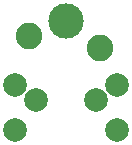
<source format=gbr>
%TF.GenerationSoftware,KiCad,Pcbnew,(5.1.10)-1*%
%TF.CreationDate,2021-08-30T23:33:42-07:00*%
%TF.ProjectId,MGB_USB_C,4d47425f-5553-4425-9f43-2e6b69636164,rev?*%
%TF.SameCoordinates,Original*%
%TF.FileFunction,Soldermask,Bot*%
%TF.FilePolarity,Negative*%
%FSLAX46Y46*%
G04 Gerber Fmt 4.6, Leading zero omitted, Abs format (unit mm)*
G04 Created by KiCad (PCBNEW (5.1.10)-1) date 2021-08-30 23:33:42*
%MOMM*%
%LPD*%
G01*
G04 APERTURE LIST*
%ADD10C,2.000000*%
%ADD11C,2.250000*%
%ADD12C,3.000000*%
G04 APERTURE END LIST*
D10*
%TO.C,P1*%
X141352080Y-106243280D03*
X149992080Y-106243280D03*
X149992080Y-102443280D03*
X141352080Y-102443280D03*
%TD*%
D11*
%TO.C,J1*%
X142580360Y-98292920D03*
D10*
X143139160Y-103728520D03*
X148193760Y-103728520D03*
D11*
X148574760Y-99308920D03*
D12*
X145653760Y-96997520D03*
%TD*%
M02*

</source>
